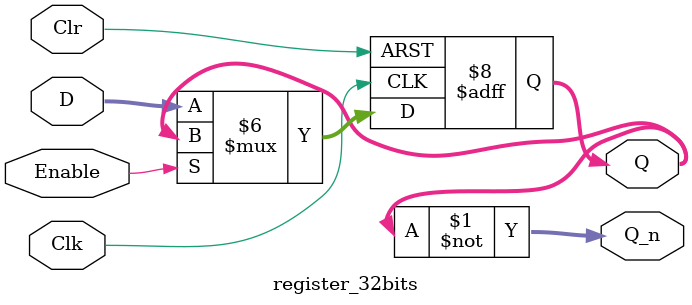
<source format=v>

module register_32bits(output reg [31:0] Q, output [31:0] Q_n, input [31:0] D, input Clr, Clk, Enable);
	assign Q_n = ~Q;
	initial begin
		Q <= 32'b00000000000000000000000000000000;
	end
	always @ (posedge Clk, negedge Clr)
		 if(!Clr) Q <= 32'b00000000000000000000000000000000;
		 else if(!Enable) Q <= D;
endmodule

</source>
